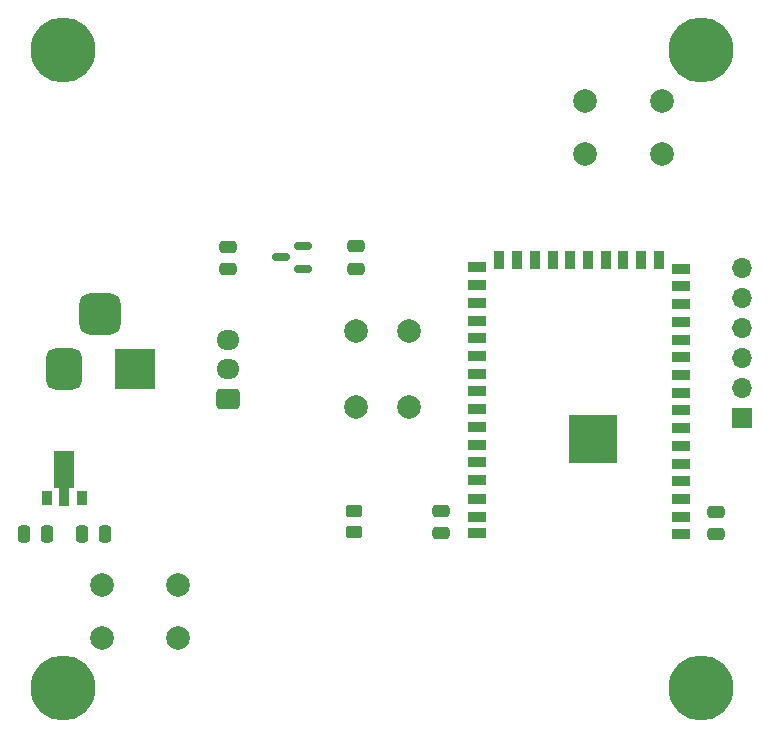
<source format=gts>
G04 #@! TF.GenerationSoftware,KiCad,Pcbnew,9.0.1*
G04 #@! TF.CreationDate,2025-05-08T20:40:17+10:00*
G04 #@! TF.ProjectId,MooresESP32,4d6f6f72-6573-4455-9350-33322e6b6963,rev?*
G04 #@! TF.SameCoordinates,Original*
G04 #@! TF.FileFunction,Soldermask,Top*
G04 #@! TF.FilePolarity,Negative*
%FSLAX46Y46*%
G04 Gerber Fmt 4.6, Leading zero omitted, Abs format (unit mm)*
G04 Created by KiCad (PCBNEW 9.0.1) date 2025-05-08 20:40:17*
%MOMM*%
%LPD*%
G01*
G04 APERTURE LIST*
G04 Aperture macros list*
%AMRoundRect*
0 Rectangle with rounded corners*
0 $1 Rounding radius*
0 $2 $3 $4 $5 $6 $7 $8 $9 X,Y pos of 4 corners*
0 Add a 4 corners polygon primitive as box body*
4,1,4,$2,$3,$4,$5,$6,$7,$8,$9,$2,$3,0*
0 Add four circle primitives for the rounded corners*
1,1,$1+$1,$2,$3*
1,1,$1+$1,$4,$5*
1,1,$1+$1,$6,$7*
1,1,$1+$1,$8,$9*
0 Add four rect primitives between the rounded corners*
20,1,$1+$1,$2,$3,$4,$5,0*
20,1,$1+$1,$4,$5,$6,$7,0*
20,1,$1+$1,$6,$7,$8,$9,0*
20,1,$1+$1,$8,$9,$2,$3,0*%
%AMFreePoly0*
4,1,9,3.862500,-0.866500,0.737500,-0.866500,0.737500,-0.450000,-0.737500,-0.450000,-0.737500,0.450000,0.737500,0.450000,0.737500,0.866500,3.862500,0.866500,3.862500,-0.866500,3.862500,-0.866500,$1*%
G04 Aperture macros list end*
%ADD10C,5.500000*%
%ADD11RoundRect,0.250000X-0.475000X0.250000X-0.475000X-0.250000X0.475000X-0.250000X0.475000X0.250000X0*%
%ADD12RoundRect,0.150000X0.587500X0.150000X-0.587500X0.150000X-0.587500X-0.150000X0.587500X-0.150000X0*%
%ADD13RoundRect,0.250000X-0.250000X-0.475000X0.250000X-0.475000X0.250000X0.475000X-0.250000X0.475000X0*%
%ADD14C,2.000000*%
%ADD15R,1.700000X1.700000*%
%ADD16O,1.700000X1.700000*%
%ADD17RoundRect,0.250000X0.475000X-0.250000X0.475000X0.250000X-0.475000X0.250000X-0.475000X-0.250000X0*%
%ADD18R,0.900000X1.300000*%
%ADD19FreePoly0,90.000000*%
%ADD20R,1.500000X0.900000*%
%ADD21R,0.900000X1.500000*%
%ADD22R,4.100000X4.100000*%
%ADD23RoundRect,0.250000X-0.450000X0.262500X-0.450000X-0.262500X0.450000X-0.262500X0.450000X0.262500X0*%
%ADD24RoundRect,0.250000X0.250000X0.475000X-0.250000X0.475000X-0.250000X-0.475000X0.250000X-0.475000X0*%
%ADD25R,3.500000X3.500000*%
%ADD26RoundRect,0.750000X-0.750000X-1.000000X0.750000X-1.000000X0.750000X1.000000X-0.750000X1.000000X0*%
%ADD27RoundRect,0.875000X-0.875000X-0.875000X0.875000X-0.875000X0.875000X0.875000X-0.875000X0.875000X0*%
%ADD28RoundRect,0.250000X0.725000X-0.600000X0.725000X0.600000X-0.725000X0.600000X-0.725000X-0.600000X0*%
%ADD29O,1.950000X1.700000*%
G04 APERTURE END LIST*
D10*
G04 #@! TO.C,H2*
X175500000Y-78000000D03*
G04 #@! TD*
D11*
G04 #@! TO.C,R1*
X146250000Y-94600000D03*
X146250000Y-96500000D03*
G04 #@! TD*
D10*
G04 #@! TO.C,H4*
X121500000Y-132000000D03*
G04 #@! TD*
G04 #@! TO.C,H3*
X175500000Y-132000000D03*
G04 #@! TD*
D12*
G04 #@! TO.C,Q1*
X141796250Y-96500000D03*
X141796250Y-94600000D03*
X139921250Y-95550000D03*
G04 #@! TD*
D13*
G04 #@! TO.C,C2*
X123100000Y-119000000D03*
X125000000Y-119000000D03*
G04 #@! TD*
D14*
G04 #@! TO.C,SW1*
X165700000Y-82300000D03*
X172200000Y-82300000D03*
X165700000Y-86800000D03*
X172200000Y-86800000D03*
G04 #@! TD*
D15*
G04 #@! TO.C,J8*
X179000000Y-109160000D03*
D16*
X179000000Y-106620000D03*
X179000000Y-104080000D03*
X179000000Y-101540000D03*
X179000000Y-99000000D03*
X179000000Y-96460000D03*
G04 #@! TD*
D17*
G04 #@! TO.C,R2*
X135467500Y-96550000D03*
X135467500Y-94650000D03*
G04 #@! TD*
D14*
G04 #@! TO.C,SW2*
X146250000Y-108239902D03*
X146250000Y-101739902D03*
X150750000Y-108239902D03*
X150750000Y-101739902D03*
G04 #@! TD*
D18*
G04 #@! TO.C,U1*
X120100000Y-115950000D03*
D19*
X121600000Y-115862500D03*
D18*
X123100000Y-115950000D03*
G04 #@! TD*
D20*
G04 #@! TO.C,U4*
X173800000Y-119000000D03*
X173800000Y-117500000D03*
X173800000Y-116000000D03*
X173800000Y-114500000D03*
X173800000Y-113000000D03*
X173800000Y-111500000D03*
X173800000Y-110000000D03*
X173800000Y-108500000D03*
X173800000Y-107000000D03*
X173800000Y-105500000D03*
X173800000Y-104000000D03*
X173800000Y-102500000D03*
X173800000Y-101000000D03*
X173800000Y-99500000D03*
X173800000Y-98000000D03*
X173800000Y-96500000D03*
D21*
X171925000Y-95750000D03*
X170425000Y-95750000D03*
X168925000Y-95750000D03*
X167425000Y-95750000D03*
X165925000Y-95750000D03*
X164425000Y-95750000D03*
X162925000Y-95750000D03*
X161425000Y-95750000D03*
X159925000Y-95750000D03*
X158425000Y-95750000D03*
D20*
X156550000Y-96400000D03*
X156550000Y-97900000D03*
X156550000Y-99400000D03*
X156550000Y-100900000D03*
X156550000Y-102400000D03*
X156550000Y-103900000D03*
X156550000Y-105400000D03*
X156550000Y-106900000D03*
X156550000Y-108400000D03*
X156550000Y-109900000D03*
X156550000Y-111400000D03*
X156550000Y-112900000D03*
X156550000Y-114400000D03*
X156550000Y-116000000D03*
X156550000Y-117500000D03*
X156550000Y-118900000D03*
D22*
X166365000Y-110960000D03*
G04 #@! TD*
D11*
G04 #@! TO.C,C7*
X176800000Y-117100000D03*
X176800000Y-119000000D03*
G04 #@! TD*
D23*
G04 #@! TO.C,R13*
X146150000Y-117000000D03*
X146150000Y-118825000D03*
G04 #@! TD*
D10*
G04 #@! TO.C,H1*
X121500000Y-78000000D03*
G04 #@! TD*
D14*
G04 #@! TO.C,SW3*
X124750000Y-123250000D03*
X131250000Y-123250000D03*
X124750000Y-127750000D03*
X131250000Y-127750000D03*
G04 #@! TD*
D11*
G04 #@! TO.C,C5*
X153500000Y-117000000D03*
X153500000Y-118900000D03*
G04 #@! TD*
D24*
G04 #@! TO.C,C1*
X120100000Y-119000000D03*
X118200000Y-119000000D03*
G04 #@! TD*
D25*
G04 #@! TO.C,J1*
X127600000Y-105000000D03*
D26*
X121600000Y-105000000D03*
D27*
X124600000Y-100300000D03*
G04 #@! TD*
D28*
G04 #@! TO.C,J3*
X135467500Y-107500000D03*
D29*
X135467500Y-105000000D03*
X135467500Y-102500000D03*
G04 #@! TD*
M02*

</source>
